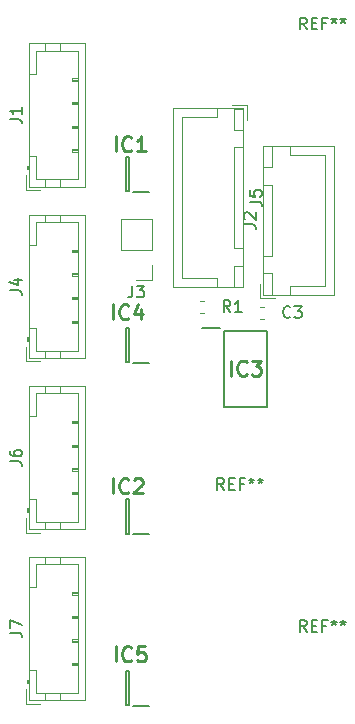
<source format=gto>
%TF.GenerationSoftware,KiCad,Pcbnew,(5.1.6)-1*%
%TF.CreationDate,2020-11-23T19:09:10+09:00*%
%TF.ProjectId,HARP-Motor-Ctrl-Board,48415250-2d4d-46f7-946f-722d4374726c,rev?*%
%TF.SameCoordinates,Original*%
%TF.FileFunction,Legend,Top*%
%TF.FilePolarity,Positive*%
%FSLAX46Y46*%
G04 Gerber Fmt 4.6, Leading zero omitted, Abs format (unit mm)*
G04 Created by KiCad (PCBNEW (5.1.6)-1) date 2020-11-23 19:09:10*
%MOMM*%
%LPD*%
G01*
G04 APERTURE LIST*
%ADD10C,0.120000*%
%ADD11C,0.200000*%
%ADD12C,0.150000*%
%ADD13C,0.254000*%
G04 APERTURE END LIST*
D10*
%TO.C,C3*%
X89744733Y-77722000D02*
X90087267Y-77722000D01*
X89744733Y-78742000D02*
X90087267Y-78742000D01*
D11*
%TO.C,IC1*%
X78600000Y-67950000D02*
X78400000Y-67950000D01*
X78400000Y-67950000D02*
X78400000Y-65050000D01*
X78400000Y-65050000D02*
X78600000Y-65050000D01*
X78600000Y-65050000D02*
X78600000Y-67950000D01*
X80350000Y-68000000D02*
X78950000Y-68000000D01*
%TO.C,IC2*%
X78600000Y-96950000D02*
X78400000Y-96950000D01*
X78400000Y-96950000D02*
X78400000Y-94050000D01*
X78400000Y-94050000D02*
X78600000Y-94050000D01*
X78600000Y-94050000D02*
X78600000Y-96950000D01*
X80350000Y-97000000D02*
X78950000Y-97000000D01*
%TO.C,IC3*%
X86650000Y-79750000D02*
X90350000Y-79750000D01*
X90350000Y-79750000D02*
X90350000Y-86250000D01*
X90350000Y-86250000D02*
X86650000Y-86250000D01*
X86650000Y-86250000D02*
X86650000Y-79750000D01*
X84825000Y-79500000D02*
X86300000Y-79500000D01*
%TO.C,IC4*%
X80350000Y-82500000D02*
X78950000Y-82500000D01*
X78600000Y-79550000D02*
X78600000Y-82450000D01*
X78400000Y-79550000D02*
X78600000Y-79550000D01*
X78400000Y-82450000D02*
X78400000Y-79550000D01*
X78600000Y-82450000D02*
X78400000Y-82450000D01*
%TO.C,IC5*%
X80350000Y-111500000D02*
X78950000Y-111500000D01*
X78600000Y-108550000D02*
X78600000Y-111450000D01*
X78400000Y-108550000D02*
X78600000Y-108550000D01*
X78400000Y-111450000D02*
X78400000Y-108550000D01*
X78600000Y-111450000D02*
X78400000Y-111450000D01*
D10*
%TO.C,J1*%
X69890000Y-67860000D02*
X71140000Y-67860000D01*
X69890000Y-66610000D02*
X69890000Y-67860000D01*
X74300000Y-58500000D02*
X73800000Y-58500000D01*
X73800000Y-58400000D02*
X74300000Y-58400000D01*
X73800000Y-58600000D02*
X73800000Y-58400000D01*
X74300000Y-58600000D02*
X73800000Y-58600000D01*
X74300000Y-60500000D02*
X73800000Y-60500000D01*
X73800000Y-60400000D02*
X74300000Y-60400000D01*
X73800000Y-60600000D02*
X73800000Y-60400000D01*
X74300000Y-60600000D02*
X73800000Y-60600000D01*
X74300000Y-62500000D02*
X73800000Y-62500000D01*
X73800000Y-62400000D02*
X74300000Y-62400000D01*
X73800000Y-62600000D02*
X73800000Y-62400000D01*
X74300000Y-62600000D02*
X73800000Y-62600000D01*
X74300000Y-64500000D02*
X73800000Y-64500000D01*
X73800000Y-64400000D02*
X74300000Y-64400000D01*
X73800000Y-64600000D02*
X73800000Y-64400000D01*
X74300000Y-64600000D02*
X73800000Y-64600000D01*
X72800000Y-55440000D02*
X72800000Y-56050000D01*
X71500000Y-55440000D02*
X71500000Y-56050000D01*
X72800000Y-67560000D02*
X72800000Y-66950000D01*
X71500000Y-67560000D02*
X71500000Y-66950000D01*
X70800000Y-58000000D02*
X70190000Y-58000000D01*
X70800000Y-56050000D02*
X70800000Y-58000000D01*
X74300000Y-56050000D02*
X70800000Y-56050000D01*
X74300000Y-66950000D02*
X74300000Y-56050000D01*
X70800000Y-66950000D02*
X74300000Y-66950000D01*
X70800000Y-65000000D02*
X70800000Y-66950000D01*
X70190000Y-65000000D02*
X70800000Y-65000000D01*
X70090000Y-65800000D02*
X70090000Y-66100000D01*
X69990000Y-66100000D02*
X70190000Y-66100000D01*
X69990000Y-65800000D02*
X69990000Y-66100000D01*
X70190000Y-65800000D02*
X69990000Y-65800000D01*
X70190000Y-55440000D02*
X70190000Y-67560000D01*
X74910000Y-55440000D02*
X70190000Y-55440000D01*
X74910000Y-67560000D02*
X74910000Y-55440000D01*
X70190000Y-67560000D02*
X74910000Y-67560000D01*
%TO.C,J2*%
X89996000Y-76728000D02*
X95966000Y-76728000D01*
X95966000Y-76728000D02*
X95966000Y-64108000D01*
X95966000Y-64108000D02*
X89996000Y-64108000D01*
X89996000Y-64108000D02*
X89996000Y-76728000D01*
X90006000Y-73418000D02*
X90756000Y-73418000D01*
X90756000Y-73418000D02*
X90756000Y-67418000D01*
X90756000Y-67418000D02*
X90006000Y-67418000D01*
X90006000Y-67418000D02*
X90006000Y-73418000D01*
X90006000Y-76718000D02*
X90756000Y-76718000D01*
X90756000Y-76718000D02*
X90756000Y-74918000D01*
X90756000Y-74918000D02*
X90006000Y-74918000D01*
X90006000Y-74918000D02*
X90006000Y-76718000D01*
X90006000Y-65918000D02*
X90756000Y-65918000D01*
X90756000Y-65918000D02*
X90756000Y-64118000D01*
X90756000Y-64118000D02*
X90006000Y-64118000D01*
X90006000Y-64118000D02*
X90006000Y-65918000D01*
X92256000Y-76718000D02*
X92256000Y-75968000D01*
X92256000Y-75968000D02*
X95206000Y-75968000D01*
X95206000Y-75968000D02*
X95206000Y-70418000D01*
X92256000Y-64118000D02*
X92256000Y-64868000D01*
X92256000Y-64868000D02*
X95206000Y-64868000D01*
X95206000Y-64868000D02*
X95206000Y-70418000D01*
X89706000Y-75768000D02*
X89706000Y-77018000D01*
X89706000Y-77018000D02*
X90956000Y-77018000D01*
%TO.C,J3*%
X80578000Y-70298000D02*
X77918000Y-70298000D01*
X80578000Y-72898000D02*
X80578000Y-70298000D01*
X77918000Y-72898000D02*
X77918000Y-70298000D01*
X80578000Y-72898000D02*
X77918000Y-72898000D01*
X80578000Y-74168000D02*
X80578000Y-75498000D01*
X80578000Y-75498000D02*
X79248000Y-75498000D01*
%TO.C,J4*%
X70190000Y-82060000D02*
X74910000Y-82060000D01*
X74910000Y-82060000D02*
X74910000Y-69940000D01*
X74910000Y-69940000D02*
X70190000Y-69940000D01*
X70190000Y-69940000D02*
X70190000Y-82060000D01*
X70190000Y-80300000D02*
X69990000Y-80300000D01*
X69990000Y-80300000D02*
X69990000Y-80600000D01*
X69990000Y-80600000D02*
X70190000Y-80600000D01*
X70090000Y-80300000D02*
X70090000Y-80600000D01*
X70190000Y-79500000D02*
X70800000Y-79500000D01*
X70800000Y-79500000D02*
X70800000Y-81450000D01*
X70800000Y-81450000D02*
X74300000Y-81450000D01*
X74300000Y-81450000D02*
X74300000Y-70550000D01*
X74300000Y-70550000D02*
X70800000Y-70550000D01*
X70800000Y-70550000D02*
X70800000Y-72500000D01*
X70800000Y-72500000D02*
X70190000Y-72500000D01*
X71500000Y-82060000D02*
X71500000Y-81450000D01*
X72800000Y-82060000D02*
X72800000Y-81450000D01*
X71500000Y-69940000D02*
X71500000Y-70550000D01*
X72800000Y-69940000D02*
X72800000Y-70550000D01*
X74300000Y-79100000D02*
X73800000Y-79100000D01*
X73800000Y-79100000D02*
X73800000Y-78900000D01*
X73800000Y-78900000D02*
X74300000Y-78900000D01*
X74300000Y-79000000D02*
X73800000Y-79000000D01*
X74300000Y-77100000D02*
X73800000Y-77100000D01*
X73800000Y-77100000D02*
X73800000Y-76900000D01*
X73800000Y-76900000D02*
X74300000Y-76900000D01*
X74300000Y-77000000D02*
X73800000Y-77000000D01*
X74300000Y-75100000D02*
X73800000Y-75100000D01*
X73800000Y-75100000D02*
X73800000Y-74900000D01*
X73800000Y-74900000D02*
X74300000Y-74900000D01*
X74300000Y-75000000D02*
X73800000Y-75000000D01*
X74300000Y-73100000D02*
X73800000Y-73100000D01*
X73800000Y-73100000D02*
X73800000Y-72900000D01*
X73800000Y-72900000D02*
X74300000Y-72900000D01*
X74300000Y-73000000D02*
X73800000Y-73000000D01*
X69890000Y-81110000D02*
X69890000Y-82360000D01*
X69890000Y-82360000D02*
X71140000Y-82360000D01*
%TO.C,J5*%
X88312000Y-60940000D02*
X82342000Y-60940000D01*
X82342000Y-60940000D02*
X82342000Y-76060000D01*
X82342000Y-76060000D02*
X88312000Y-76060000D01*
X88312000Y-76060000D02*
X88312000Y-60940000D01*
X88302000Y-64250000D02*
X87552000Y-64250000D01*
X87552000Y-64250000D02*
X87552000Y-72750000D01*
X87552000Y-72750000D02*
X88302000Y-72750000D01*
X88302000Y-72750000D02*
X88302000Y-64250000D01*
X88302000Y-60950000D02*
X87552000Y-60950000D01*
X87552000Y-60950000D02*
X87552000Y-62750000D01*
X87552000Y-62750000D02*
X88302000Y-62750000D01*
X88302000Y-62750000D02*
X88302000Y-60950000D01*
X88302000Y-74250000D02*
X87552000Y-74250000D01*
X87552000Y-74250000D02*
X87552000Y-76050000D01*
X87552000Y-76050000D02*
X88302000Y-76050000D01*
X88302000Y-76050000D02*
X88302000Y-74250000D01*
X86052000Y-60950000D02*
X86052000Y-61700000D01*
X86052000Y-61700000D02*
X83102000Y-61700000D01*
X83102000Y-61700000D02*
X83102000Y-68500000D01*
X86052000Y-76050000D02*
X86052000Y-75300000D01*
X86052000Y-75300000D02*
X83102000Y-75300000D01*
X83102000Y-75300000D02*
X83102000Y-68500000D01*
X88602000Y-61900000D02*
X88602000Y-60650000D01*
X88602000Y-60650000D02*
X87352000Y-60650000D01*
%TO.C,J6*%
X69890000Y-96860000D02*
X71140000Y-96860000D01*
X69890000Y-95610000D02*
X69890000Y-96860000D01*
X74300000Y-87500000D02*
X73800000Y-87500000D01*
X73800000Y-87400000D02*
X74300000Y-87400000D01*
X73800000Y-87600000D02*
X73800000Y-87400000D01*
X74300000Y-87600000D02*
X73800000Y-87600000D01*
X74300000Y-89500000D02*
X73800000Y-89500000D01*
X73800000Y-89400000D02*
X74300000Y-89400000D01*
X73800000Y-89600000D02*
X73800000Y-89400000D01*
X74300000Y-89600000D02*
X73800000Y-89600000D01*
X74300000Y-91500000D02*
X73800000Y-91500000D01*
X73800000Y-91400000D02*
X74300000Y-91400000D01*
X73800000Y-91600000D02*
X73800000Y-91400000D01*
X74300000Y-91600000D02*
X73800000Y-91600000D01*
X74300000Y-93500000D02*
X73800000Y-93500000D01*
X73800000Y-93400000D02*
X74300000Y-93400000D01*
X73800000Y-93600000D02*
X73800000Y-93400000D01*
X74300000Y-93600000D02*
X73800000Y-93600000D01*
X72800000Y-84440000D02*
X72800000Y-85050000D01*
X71500000Y-84440000D02*
X71500000Y-85050000D01*
X72800000Y-96560000D02*
X72800000Y-95950000D01*
X71500000Y-96560000D02*
X71500000Y-95950000D01*
X70800000Y-87000000D02*
X70190000Y-87000000D01*
X70800000Y-85050000D02*
X70800000Y-87000000D01*
X74300000Y-85050000D02*
X70800000Y-85050000D01*
X74300000Y-95950000D02*
X74300000Y-85050000D01*
X70800000Y-95950000D02*
X74300000Y-95950000D01*
X70800000Y-94000000D02*
X70800000Y-95950000D01*
X70190000Y-94000000D02*
X70800000Y-94000000D01*
X70090000Y-94800000D02*
X70090000Y-95100000D01*
X69990000Y-95100000D02*
X70190000Y-95100000D01*
X69990000Y-94800000D02*
X69990000Y-95100000D01*
X70190000Y-94800000D02*
X69990000Y-94800000D01*
X70190000Y-84440000D02*
X70190000Y-96560000D01*
X74910000Y-84440000D02*
X70190000Y-84440000D01*
X74910000Y-96560000D02*
X74910000Y-84440000D01*
X70190000Y-96560000D02*
X74910000Y-96560000D01*
%TO.C,J7*%
X70190000Y-111060000D02*
X74910000Y-111060000D01*
X74910000Y-111060000D02*
X74910000Y-98940000D01*
X74910000Y-98940000D02*
X70190000Y-98940000D01*
X70190000Y-98940000D02*
X70190000Y-111060000D01*
X70190000Y-109300000D02*
X69990000Y-109300000D01*
X69990000Y-109300000D02*
X69990000Y-109600000D01*
X69990000Y-109600000D02*
X70190000Y-109600000D01*
X70090000Y-109300000D02*
X70090000Y-109600000D01*
X70190000Y-108500000D02*
X70800000Y-108500000D01*
X70800000Y-108500000D02*
X70800000Y-110450000D01*
X70800000Y-110450000D02*
X74300000Y-110450000D01*
X74300000Y-110450000D02*
X74300000Y-99550000D01*
X74300000Y-99550000D02*
X70800000Y-99550000D01*
X70800000Y-99550000D02*
X70800000Y-101500000D01*
X70800000Y-101500000D02*
X70190000Y-101500000D01*
X71500000Y-111060000D02*
X71500000Y-110450000D01*
X72800000Y-111060000D02*
X72800000Y-110450000D01*
X71500000Y-98940000D02*
X71500000Y-99550000D01*
X72800000Y-98940000D02*
X72800000Y-99550000D01*
X74300000Y-108100000D02*
X73800000Y-108100000D01*
X73800000Y-108100000D02*
X73800000Y-107900000D01*
X73800000Y-107900000D02*
X74300000Y-107900000D01*
X74300000Y-108000000D02*
X73800000Y-108000000D01*
X74300000Y-106100000D02*
X73800000Y-106100000D01*
X73800000Y-106100000D02*
X73800000Y-105900000D01*
X73800000Y-105900000D02*
X74300000Y-105900000D01*
X74300000Y-106000000D02*
X73800000Y-106000000D01*
X74300000Y-104100000D02*
X73800000Y-104100000D01*
X73800000Y-104100000D02*
X73800000Y-103900000D01*
X73800000Y-103900000D02*
X74300000Y-103900000D01*
X74300000Y-104000000D02*
X73800000Y-104000000D01*
X74300000Y-102100000D02*
X73800000Y-102100000D01*
X73800000Y-102100000D02*
X73800000Y-101900000D01*
X73800000Y-101900000D02*
X74300000Y-101900000D01*
X74300000Y-102000000D02*
X73800000Y-102000000D01*
X69890000Y-110110000D02*
X69890000Y-111360000D01*
X69890000Y-111360000D02*
X71140000Y-111360000D01*
%TO.C,R1*%
X84998779Y-78234000D02*
X84673221Y-78234000D01*
X84998779Y-77214000D02*
X84673221Y-77214000D01*
%TO.C,REF\u002A\u002A*%
D12*
X86666666Y-93252380D02*
X86333333Y-92776190D01*
X86095238Y-93252380D02*
X86095238Y-92252380D01*
X86476190Y-92252380D01*
X86571428Y-92300000D01*
X86619047Y-92347619D01*
X86666666Y-92442857D01*
X86666666Y-92585714D01*
X86619047Y-92680952D01*
X86571428Y-92728571D01*
X86476190Y-92776190D01*
X86095238Y-92776190D01*
X87095238Y-92728571D02*
X87428571Y-92728571D01*
X87571428Y-93252380D02*
X87095238Y-93252380D01*
X87095238Y-92252380D01*
X87571428Y-92252380D01*
X88333333Y-92728571D02*
X88000000Y-92728571D01*
X88000000Y-93252380D02*
X88000000Y-92252380D01*
X88476190Y-92252380D01*
X89000000Y-92252380D02*
X89000000Y-92490476D01*
X88761904Y-92395238D02*
X89000000Y-92490476D01*
X89238095Y-92395238D01*
X88857142Y-92680952D02*
X89000000Y-92490476D01*
X89142857Y-92680952D01*
X89761904Y-92252380D02*
X89761904Y-92490476D01*
X89523809Y-92395238D02*
X89761904Y-92490476D01*
X90000000Y-92395238D01*
X89619047Y-92680952D02*
X89761904Y-92490476D01*
X89904761Y-92680952D01*
X93666666Y-105252380D02*
X93333333Y-104776190D01*
X93095238Y-105252380D02*
X93095238Y-104252380D01*
X93476190Y-104252380D01*
X93571428Y-104300000D01*
X93619047Y-104347619D01*
X93666666Y-104442857D01*
X93666666Y-104585714D01*
X93619047Y-104680952D01*
X93571428Y-104728571D01*
X93476190Y-104776190D01*
X93095238Y-104776190D01*
X94095238Y-104728571D02*
X94428571Y-104728571D01*
X94571428Y-105252380D02*
X94095238Y-105252380D01*
X94095238Y-104252380D01*
X94571428Y-104252380D01*
X95333333Y-104728571D02*
X95000000Y-104728571D01*
X95000000Y-105252380D02*
X95000000Y-104252380D01*
X95476190Y-104252380D01*
X96000000Y-104252380D02*
X96000000Y-104490476D01*
X95761904Y-104395238D02*
X96000000Y-104490476D01*
X96238095Y-104395238D01*
X95857142Y-104680952D02*
X96000000Y-104490476D01*
X96142857Y-104680952D01*
X96761904Y-104252380D02*
X96761904Y-104490476D01*
X96523809Y-104395238D02*
X96761904Y-104490476D01*
X97000000Y-104395238D01*
X96619047Y-104680952D02*
X96761904Y-104490476D01*
X96904761Y-104680952D01*
X93666666Y-54252380D02*
X93333333Y-53776190D01*
X93095238Y-54252380D02*
X93095238Y-53252380D01*
X93476190Y-53252380D01*
X93571428Y-53300000D01*
X93619047Y-53347619D01*
X93666666Y-53442857D01*
X93666666Y-53585714D01*
X93619047Y-53680952D01*
X93571428Y-53728571D01*
X93476190Y-53776190D01*
X93095238Y-53776190D01*
X94095238Y-53728571D02*
X94428571Y-53728571D01*
X94571428Y-54252380D02*
X94095238Y-54252380D01*
X94095238Y-53252380D01*
X94571428Y-53252380D01*
X95333333Y-53728571D02*
X95000000Y-53728571D01*
X95000000Y-54252380D02*
X95000000Y-53252380D01*
X95476190Y-53252380D01*
X96000000Y-53252380D02*
X96000000Y-53490476D01*
X95761904Y-53395238D02*
X96000000Y-53490476D01*
X96238095Y-53395238D01*
X95857142Y-53680952D02*
X96000000Y-53490476D01*
X96142857Y-53680952D01*
X96761904Y-53252380D02*
X96761904Y-53490476D01*
X96523809Y-53395238D02*
X96761904Y-53490476D01*
X97000000Y-53395238D01*
X96619047Y-53680952D02*
X96761904Y-53490476D01*
X96904761Y-53680952D01*
%TO.C,C3*%
X92289333Y-78589142D02*
X92241714Y-78636761D01*
X92098857Y-78684380D01*
X92003619Y-78684380D01*
X91860761Y-78636761D01*
X91765523Y-78541523D01*
X91717904Y-78446285D01*
X91670285Y-78255809D01*
X91670285Y-78112952D01*
X91717904Y-77922476D01*
X91765523Y-77827238D01*
X91860761Y-77732000D01*
X92003619Y-77684380D01*
X92098857Y-77684380D01*
X92241714Y-77732000D01*
X92289333Y-77779619D01*
X92622666Y-77684380D02*
X93241714Y-77684380D01*
X92908380Y-78065333D01*
X93051238Y-78065333D01*
X93146476Y-78112952D01*
X93194095Y-78160571D01*
X93241714Y-78255809D01*
X93241714Y-78493904D01*
X93194095Y-78589142D01*
X93146476Y-78636761D01*
X93051238Y-78684380D01*
X92765523Y-78684380D01*
X92670285Y-78636761D01*
X92622666Y-78589142D01*
%TO.C,IC1*%
D13*
X77500238Y-64582523D02*
X77500238Y-63312523D01*
X78830714Y-64461571D02*
X78770238Y-64522047D01*
X78588809Y-64582523D01*
X78467857Y-64582523D01*
X78286428Y-64522047D01*
X78165476Y-64401095D01*
X78105000Y-64280142D01*
X78044523Y-64038238D01*
X78044523Y-63856809D01*
X78105000Y-63614904D01*
X78165476Y-63493952D01*
X78286428Y-63373000D01*
X78467857Y-63312523D01*
X78588809Y-63312523D01*
X78770238Y-63373000D01*
X78830714Y-63433476D01*
X80040238Y-64582523D02*
X79314523Y-64582523D01*
X79677380Y-64582523D02*
X79677380Y-63312523D01*
X79556428Y-63493952D01*
X79435476Y-63614904D01*
X79314523Y-63675380D01*
%TO.C,IC2*%
X77260238Y-93538523D02*
X77260238Y-92268523D01*
X78590714Y-93417571D02*
X78530238Y-93478047D01*
X78348809Y-93538523D01*
X78227857Y-93538523D01*
X78046428Y-93478047D01*
X77925476Y-93357095D01*
X77865000Y-93236142D01*
X77804523Y-92994238D01*
X77804523Y-92812809D01*
X77865000Y-92570904D01*
X77925476Y-92449952D01*
X78046428Y-92329000D01*
X78227857Y-92268523D01*
X78348809Y-92268523D01*
X78530238Y-92329000D01*
X78590714Y-92389476D01*
X79074523Y-92389476D02*
X79135000Y-92329000D01*
X79255952Y-92268523D01*
X79558333Y-92268523D01*
X79679285Y-92329000D01*
X79739761Y-92389476D01*
X79800238Y-92510428D01*
X79800238Y-92631380D01*
X79739761Y-92812809D01*
X79014047Y-93538523D01*
X79800238Y-93538523D01*
%TO.C,IC3*%
X87260238Y-83574523D02*
X87260238Y-82304523D01*
X88590714Y-83453571D02*
X88530238Y-83514047D01*
X88348809Y-83574523D01*
X88227857Y-83574523D01*
X88046428Y-83514047D01*
X87925476Y-83393095D01*
X87865000Y-83272142D01*
X87804523Y-83030238D01*
X87804523Y-82848809D01*
X87865000Y-82606904D01*
X87925476Y-82485952D01*
X88046428Y-82365000D01*
X88227857Y-82304523D01*
X88348809Y-82304523D01*
X88530238Y-82365000D01*
X88590714Y-82425476D01*
X89014047Y-82304523D02*
X89800238Y-82304523D01*
X89376904Y-82788333D01*
X89558333Y-82788333D01*
X89679285Y-82848809D01*
X89739761Y-82909285D01*
X89800238Y-83030238D01*
X89800238Y-83332619D01*
X89739761Y-83453571D01*
X89679285Y-83514047D01*
X89558333Y-83574523D01*
X89195476Y-83574523D01*
X89074523Y-83514047D01*
X89014047Y-83453571D01*
%TO.C,IC4*%
X77260238Y-78806523D02*
X77260238Y-77536523D01*
X78590714Y-78685571D02*
X78530238Y-78746047D01*
X78348809Y-78806523D01*
X78227857Y-78806523D01*
X78046428Y-78746047D01*
X77925476Y-78625095D01*
X77865000Y-78504142D01*
X77804523Y-78262238D01*
X77804523Y-78080809D01*
X77865000Y-77838904D01*
X77925476Y-77717952D01*
X78046428Y-77597000D01*
X78227857Y-77536523D01*
X78348809Y-77536523D01*
X78530238Y-77597000D01*
X78590714Y-77657476D01*
X79679285Y-77959857D02*
X79679285Y-78806523D01*
X79376904Y-77476047D02*
X79074523Y-78383190D01*
X79860714Y-78383190D01*
%TO.C,IC5*%
X77500238Y-107762523D02*
X77500238Y-106492523D01*
X78830714Y-107641571D02*
X78770238Y-107702047D01*
X78588809Y-107762523D01*
X78467857Y-107762523D01*
X78286428Y-107702047D01*
X78165476Y-107581095D01*
X78105000Y-107460142D01*
X78044523Y-107218238D01*
X78044523Y-107036809D01*
X78105000Y-106794904D01*
X78165476Y-106673952D01*
X78286428Y-106553000D01*
X78467857Y-106492523D01*
X78588809Y-106492523D01*
X78770238Y-106553000D01*
X78830714Y-106613476D01*
X79979761Y-106492523D02*
X79375000Y-106492523D01*
X79314523Y-107097285D01*
X79375000Y-107036809D01*
X79495952Y-106976333D01*
X79798333Y-106976333D01*
X79919285Y-107036809D01*
X79979761Y-107097285D01*
X80040238Y-107218238D01*
X80040238Y-107520619D01*
X79979761Y-107641571D01*
X79919285Y-107702047D01*
X79798333Y-107762523D01*
X79495952Y-107762523D01*
X79375000Y-107702047D01*
X79314523Y-107641571D01*
%TO.C,J1*%
D12*
X68552380Y-61833333D02*
X69266666Y-61833333D01*
X69409523Y-61880952D01*
X69504761Y-61976190D01*
X69552380Y-62119047D01*
X69552380Y-62214285D01*
X69552380Y-60833333D02*
X69552380Y-61404761D01*
X69552380Y-61119047D02*
X68552380Y-61119047D01*
X68695238Y-61214285D01*
X68790476Y-61309523D01*
X68838095Y-61404761D01*
%TO.C,J2*%
X88358380Y-70751333D02*
X89072666Y-70751333D01*
X89215523Y-70798952D01*
X89310761Y-70894190D01*
X89358380Y-71037047D01*
X89358380Y-71132285D01*
X88453619Y-70322761D02*
X88406000Y-70275142D01*
X88358380Y-70179904D01*
X88358380Y-69941809D01*
X88406000Y-69846571D01*
X88453619Y-69798952D01*
X88548857Y-69751333D01*
X88644095Y-69751333D01*
X88786952Y-69798952D01*
X89358380Y-70370380D01*
X89358380Y-69751333D01*
%TO.C,J3*%
X78914666Y-75950380D02*
X78914666Y-76664666D01*
X78867047Y-76807523D01*
X78771809Y-76902761D01*
X78628952Y-76950380D01*
X78533714Y-76950380D01*
X79295619Y-75950380D02*
X79914666Y-75950380D01*
X79581333Y-76331333D01*
X79724190Y-76331333D01*
X79819428Y-76378952D01*
X79867047Y-76426571D01*
X79914666Y-76521809D01*
X79914666Y-76759904D01*
X79867047Y-76855142D01*
X79819428Y-76902761D01*
X79724190Y-76950380D01*
X79438476Y-76950380D01*
X79343238Y-76902761D01*
X79295619Y-76855142D01*
%TO.C,J4*%
X68552380Y-76333333D02*
X69266666Y-76333333D01*
X69409523Y-76380952D01*
X69504761Y-76476190D01*
X69552380Y-76619047D01*
X69552380Y-76714285D01*
X68885714Y-75428571D02*
X69552380Y-75428571D01*
X68504761Y-75666666D02*
X69219047Y-75904761D01*
X69219047Y-75285714D01*
%TO.C,J5*%
X88854380Y-68833333D02*
X89568666Y-68833333D01*
X89711523Y-68880952D01*
X89806761Y-68976190D01*
X89854380Y-69119047D01*
X89854380Y-69214285D01*
X88854380Y-67880952D02*
X88854380Y-68357142D01*
X89330571Y-68404761D01*
X89282952Y-68357142D01*
X89235333Y-68261904D01*
X89235333Y-68023809D01*
X89282952Y-67928571D01*
X89330571Y-67880952D01*
X89425809Y-67833333D01*
X89663904Y-67833333D01*
X89759142Y-67880952D01*
X89806761Y-67928571D01*
X89854380Y-68023809D01*
X89854380Y-68261904D01*
X89806761Y-68357142D01*
X89759142Y-68404761D01*
%TO.C,J6*%
X68552380Y-90833333D02*
X69266666Y-90833333D01*
X69409523Y-90880952D01*
X69504761Y-90976190D01*
X69552380Y-91119047D01*
X69552380Y-91214285D01*
X68552380Y-89928571D02*
X68552380Y-90119047D01*
X68600000Y-90214285D01*
X68647619Y-90261904D01*
X68790476Y-90357142D01*
X68980952Y-90404761D01*
X69361904Y-90404761D01*
X69457142Y-90357142D01*
X69504761Y-90309523D01*
X69552380Y-90214285D01*
X69552380Y-90023809D01*
X69504761Y-89928571D01*
X69457142Y-89880952D01*
X69361904Y-89833333D01*
X69123809Y-89833333D01*
X69028571Y-89880952D01*
X68980952Y-89928571D01*
X68933333Y-90023809D01*
X68933333Y-90214285D01*
X68980952Y-90309523D01*
X69028571Y-90357142D01*
X69123809Y-90404761D01*
%TO.C,J7*%
X68552380Y-105333333D02*
X69266666Y-105333333D01*
X69409523Y-105380952D01*
X69504761Y-105476190D01*
X69552380Y-105619047D01*
X69552380Y-105714285D01*
X68552380Y-104952380D02*
X68552380Y-104285714D01*
X69552380Y-104714285D01*
%TO.C,R1*%
X87209333Y-78176380D02*
X86876000Y-77700190D01*
X86637904Y-78176380D02*
X86637904Y-77176380D01*
X87018857Y-77176380D01*
X87114095Y-77224000D01*
X87161714Y-77271619D01*
X87209333Y-77366857D01*
X87209333Y-77509714D01*
X87161714Y-77604952D01*
X87114095Y-77652571D01*
X87018857Y-77700190D01*
X86637904Y-77700190D01*
X88161714Y-78176380D02*
X87590285Y-78176380D01*
X87876000Y-78176380D02*
X87876000Y-77176380D01*
X87780761Y-77319238D01*
X87685523Y-77414476D01*
X87590285Y-77462095D01*
%TD*%
M02*

</source>
